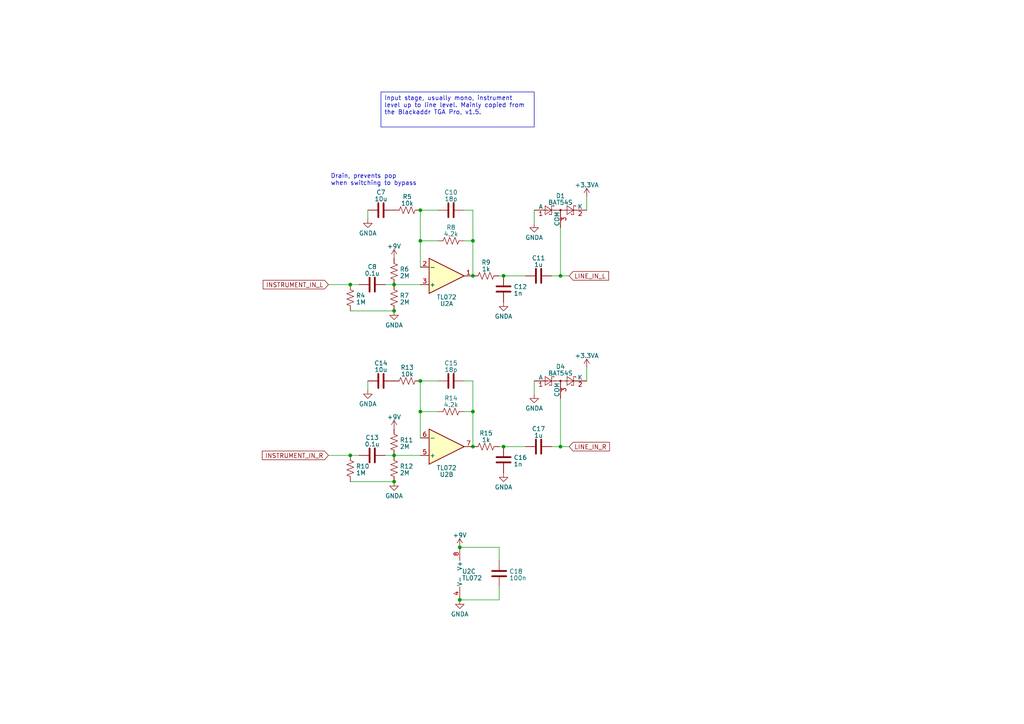
<source format=kicad_sch>
(kicad_sch (version 20230121) (generator eeschema)
  (paper "A4")
  (lib_symbols
    (symbol "Amplifier_Operational:TL072" (pin_names (offset 0.127))
      (property "Reference" "U" (at 0 5.08 0))
      (property "Value" "TL072" (at 0 -5.08 0))
      (symbol "TL072_1_1"
        (polyline (pts (xy -5.08 5.08) (xy 5.08 0) (xy -5.08 -5.08) (xy -5.08 5.08)) (stroke (width 0.254)) (fill (type background)))
        (pin output line (at 7.62 0 180) (length 2.54) (name "~") (number "1"))
        (pin input line (at -7.62 -2.54 0) (length 2.54) (name "-") (number "2"))
        (pin input line (at -7.62 2.54 0) (length 2.54) (name "+") (number "3"))
      )
      (symbol "TL072_2_1"
        (polyline (pts (xy -5.08 5.08) (xy 5.08 0) (xy -5.08 -5.08) (xy -5.08 5.08)) (stroke (width 0.254)) (fill (type background)))
        (pin input line (at -7.62 2.54 0) (length 2.54) (name "+") (number "5"))
        (pin input line (at -7.62 -2.54 0) (length 2.54) (name "-") (number "6"))
        (pin output line (at 7.62 0 180) (length 2.54) (name "~") (number "7"))
      )
      (symbol "TL072_3_1"
        (pin power_in line (at -2.54 -7.62 90) (length 3.81) (name "V-") (number "4"))
        (pin power_in line (at -2.54 7.62 270) (length 3.81) (name "V+") (number "8"))
      )
    )
    (symbol "Device:C" (pin_numbers hide) (pin_names (offset 0.254))
      (property "Reference" "C" (at 0.635 2.54 0))
      (property "Value" "C" (at 0.635 -2.54 0))
      (symbol "C_0_1"
        (polyline (pts (xy -2.032 -0.762) (xy 2.032 -0.762)) (stroke (width 0.508)))
        (polyline (pts (xy -2.032 0.762) (xy 2.032 0.762)) (stroke (width 0.508)))
      )
      (symbol "C_1_1"
        (pin passive line (at 0 3.81 270) (length 2.794) (name "~") (number "1"))
        (pin passive line (at 0 -3.81 90) (length 2.794) (name "~") (number "2"))
      )
    )
    (symbol "Device:R_US" (pin_numbers hide) (pin_names (offset 0))
      (property "Reference" "R" (at 2.54 0 90))
      (property "Value" "R_US" (at -2.54 0 90))
      (symbol "R_US_0_1"
        (polyline (pts (xy 0 -2.286) (xy 0 -2.54)))
        (polyline (pts (xy 0 2.286) (xy 0 2.54)))
        (polyline (pts (xy 0 -0.762) (xy 1.016 -1.143) (xy 0 -1.524) (xy -1.016 -1.905) (xy 0 -2.286)))
        (polyline (pts (xy 0 0.762) (xy 1.016 0.381) (xy 0 0) (xy -1.016 -0.381) (xy 0 -0.762)))
        (polyline (pts (xy 0 2.286) (xy 1.016 1.905) (xy 0 1.524) (xy -1.016 1.143) (xy 0 0.762)))
      )
      (symbol "R_US_1_1"
        (pin passive line (at 0 3.81 270) (length 1.27) (name "~") (number "1"))
        (pin passive line (at 0 -3.81 90) (length 1.27) (name "~") (number "2"))
      )
    )
    (symbol "Diode:BAT54S" (pin_names (offset 0))
      (property "Reference" "D" (at 2.54 -5.08 0))
      (property "Value" "BAT54S" (at -6.35 3.175 0))
      (symbol "BAT54S_0_1"
        (polyline (pts (xy -3.81 0) (xy -1.27 0)))
        (polyline (pts (xy -3.175 -1.27) (xy -3.175 -1.016)))
        (polyline (pts (xy -2.54 -1.27) (xy -3.175 -1.27)))
        (polyline (pts (xy -2.54 -1.27) (xy -2.54 1.27)))
        (polyline (pts (xy -2.54 1.27) (xy -1.905 1.27)))
        (polyline (pts (xy -1.905 0) (xy 1.905 0)))
        (polyline (pts (xy -1.905 1.27) (xy -1.905 1.016)))
        (polyline (pts (xy 1.27 0) (xy 3.81 0)))
        (polyline (pts (xy 3.175 -1.27) (xy 3.175 -1.016)))
        (polyline (pts (xy 3.81 -1.27) (xy 3.175 -1.27)))
        (polyline (pts (xy 3.81 -1.27) (xy 3.81 1.27)))
        (polyline (pts (xy 3.81 1.27) (xy 4.445 1.27)))
        (polyline (pts (xy 4.445 1.27) (xy 4.445 1.016)))
        (polyline (pts (xy -4.445 1.27) (xy -4.445 -1.27) (xy -2.54 0) (xy -4.445 1.27)))
        (polyline (pts (xy 1.905 1.27) (xy 1.905 -1.27) (xy 3.81 0) (xy 1.905 1.27)))
        (circle (center 0 0) (radius 0.254) (fill (type outline)))
      )
      (symbol "BAT54S_1_1"
        (pin passive line (at -7.62 0 0) (length 3.81) (name "A") (number "1"))
        (pin passive line (at 7.62 0 180) (length 3.81) (name "K") (number "2"))
        (pin passive line (at 0 -5.08 90) (length 5.08) (name "COM") (number "3"))
      )
    )
    (symbol "power:+3.3VA" (power) (pin_names (offset 0))
      (property "Value" "+3.3VA" (at 0 3.556 0))
      (symbol "+3.3VA_0_1"
        (polyline (pts (xy -0.762 1.27) (xy 0 2.54)))
        (polyline (pts (xy 0 0) (xy 0 2.54)))
        (polyline (pts (xy 0 2.54) (xy 0.762 1.27)))
      )
      (symbol "+3.3VA_1_1"
        (pin power_in line (at 0 0 90) (length 0) hide (name "+3.3VA") (number "1"))
      )
    )
    (symbol "power:+9V" (power) (pin_names (offset 0))
      (property "Value" "+9V" (at 0 3.556 0))
      (symbol "+9V_0_1"
        (polyline (pts (xy -0.762 1.27) (xy 0 2.54)))
        (polyline (pts (xy 0 0) (xy 0 2.54)))
        (polyline (pts (xy 0 2.54) (xy 0.762 1.27)))
      )
      (symbol "+9V_1_1"
        (pin power_in line (at 0 0 90) (length 0) hide (name "+9V") (number "1"))
      )
    )
    (symbol "power:GNDA" (power) (pin_names (offset 0))
      (property "Value" "GNDA" (at 0 -3.81 0))
      (symbol "GNDA_0_1"
        (polyline (pts (xy 0 0) (xy 0 -1.27) (xy 1.27 -1.27) (xy 0 -2.54) (xy -1.27 -1.27) (xy 0 -1.27)))
      )
      (symbol "GNDA_1_1"
        (pin power_in line (at 0 0 270) (length 0) hide (name "GNDA") (number "1"))
      )
    )
  )
  (junction (at 121.92 119.38))
  (junction (at 114.3 82.55))
  (junction (at 121.92 110.49))
  (junction (at 162.56 129.54))
  (junction (at 146.05 80.01))
  (junction (at 121.92 69.85))
  (junction (at 137.16 69.85))
  (junction (at 162.56 80.01))
  (junction (at 133.35 158.75))
  (junction (at 101.6 82.55))
  (junction (at 114.3 132.08))
  (junction (at 137.16 119.38))
  (junction (at 146.05 129.54))
  (junction (at 137.16 129.54))
  (junction (at 114.3 139.7))
  (junction (at 121.92 60.96))
  (junction (at 101.6 132.08))
  (junction (at 137.16 80.01))
  (junction (at 114.3 90.17))
  (junction (at 133.35 173.99))
  (wire (pts (xy 162.56 129.54) (xy 165.1 129.54)))
  (wire (pts (xy 101.6 132.08) (xy 104.14 132.08)))
  (wire (pts (xy 101.6 90.17) (xy 114.3 90.17)))
  (wire (pts (xy 134.62 60.96) (xy 137.16 60.96)))
  (wire (pts (xy 137.16 69.85) (xy 137.16 80.01)))
  (wire (pts (xy 114.3 132.08) (xy 121.92 132.08)))
  (wire (pts (xy 146.05 129.54) (xy 152.4 129.54)))
  (wire (pts (xy 106.68 110.49) (xy 106.68 113.03)))
  (wire (pts (xy 133.35 158.75) (xy 144.78 158.75)))
  (wire (pts (xy 137.16 119.38) (xy 137.16 129.54)))
  (wire (pts (xy 121.92 69.85) (xy 121.92 60.96)))
  (wire (pts (xy 162.56 80.01) (xy 162.56 66.04)))
  (wire (pts (xy 121.92 110.49) (xy 127 110.49)))
  (wire (pts (xy 127 119.38) (xy 121.92 119.38)))
  (wire (pts (xy 95.25 82.55) (xy 101.6 82.55)))
  (wire (pts (xy 101.6 82.55) (xy 104.14 82.55)))
  (wire (pts (xy 134.62 69.85) (xy 137.16 69.85)))
  (wire (pts (xy 144.78 170.18) (xy 144.78 173.99)))
  (wire (pts (xy 106.68 60.96) (xy 106.68 63.5)))
  (wire (pts (xy 111.76 82.55) (xy 114.3 82.55)))
  (wire (pts (xy 162.56 80.01) (xy 165.1 80.01)))
  (wire (pts (xy 160.02 129.54) (xy 162.56 129.54)))
  (wire (pts (xy 137.16 60.96) (xy 137.16 69.85)))
  (wire (pts (xy 127 69.85) (xy 121.92 69.85)))
  (wire (pts (xy 154.94 60.96) (xy 154.94 64.77)))
  (wire (pts (xy 134.62 110.49) (xy 137.16 110.49)))
  (wire (pts (xy 146.05 80.01) (xy 152.4 80.01)))
  (wire (pts (xy 144.78 80.01) (xy 146.05 80.01)))
  (wire (pts (xy 162.56 129.54) (xy 162.56 115.57)))
  (wire (pts (xy 111.76 132.08) (xy 114.3 132.08)))
  (wire (pts (xy 121.92 119.38) (xy 121.92 127)))
  (wire (pts (xy 170.18 106.68) (xy 170.18 110.49)))
  (wire (pts (xy 144.78 173.99) (xy 133.35 173.99)))
  (wire (pts (xy 170.18 57.15) (xy 170.18 60.96)))
  (wire (pts (xy 114.3 82.55) (xy 121.92 82.55)))
  (wire (pts (xy 121.92 119.38) (xy 121.92 110.49)))
  (wire (pts (xy 160.02 80.01) (xy 162.56 80.01)))
  (wire (pts (xy 144.78 158.75) (xy 144.78 162.56)))
  (wire (pts (xy 154.94 110.49) (xy 154.94 114.3)))
  (wire (pts (xy 137.16 110.49) (xy 137.16 119.38)))
  (wire (pts (xy 95.25 132.08) (xy 101.6 132.08)))
  (wire (pts (xy 144.78 129.54) (xy 146.05 129.54)))
  (wire (pts (xy 121.92 60.96) (xy 127 60.96)))
  (wire (pts (xy 134.62 119.38) (xy 137.16 119.38)))
  (wire (pts (xy 121.92 69.85) (xy 121.92 77.47)))
  (wire (pts (xy 101.6 139.7) (xy 114.3 139.7)))
  (text_box "Input stage, usually mono, instrument level up to line level. Mainly copied from the Blackaddr TGA Pro, v1.5." (at 110.49 26.67 0) (size 44.45 10.16) (effects (font (size 1.27 1.27)) (justify left top)))
  (text "Drain, prevents pop\nwhen switching to bypass" (at 95.885 53.975 0) (effects (font (size 1.27 1.27)) (justify left bottom)))
  (global_label "LINE_IN_R" (shape input) (at 165.1 129.54 0) (property "Intersheetrefs" "${INTERSHEET_REFS}" (effects hide)))
  (global_label "LINE_IN_L" (shape input) (at 165.1 80.01 0) (property "Intersheetrefs" "${INTERSHEET_REFS}" (effects hide)))
  (global_label "INSTRUMENT_IN_L" (shape input) (at 95.25 82.55 180) (property "Intersheetrefs" "${INTERSHEET_REFS}" (effects hide)))
  (global_label "INSTRUMENT_IN_R" (shape input) (at 95.25 132.08 180) (property "Intersheetrefs" "${INTERSHEET_REFS}" (effects hide)))
  (symbol (lib_id "Device:C") (at 130.81 110.49 90) (unit 1)
    (property "Reference" "C15" (at 130.81 105.3211 90))
    (property "Value" "18p" (at 130.81 107.2421 90))
  )
  (symbol (lib_id "Amplifier_Operational:TL072") (at 129.54 129.54 0) (mirror x) (unit 2)
    (property "Reference" "U2" (at 129.54 137.6299 0))
    (property "Value" "TL072" (at 129.54 135.7089 0))
    (property "Footprint" "Package_SO:SOIC-8_3.9x4.9mm_P1.27mm" (effects hide))
    (property "Datasheet" "http://www.ti.com/lit/ds/symlink/tl071.pdf" (effects hide))
  )
  (symbol (lib_id "Device:R_US") (at 140.97 80.01 90) (unit 1)
    (property "Reference" "R9" (at 140.97 76.1111 90))
    (property "Value" "1k" (at 140.97 78.0321 90))
    (property "Footprint" "Resistor_SMD:R_0603_1608Metric" (effects hide))
  )
  (symbol (lib_id "power:GNDA") (at 114.3 139.7 0) (unit 1)
    (property "Reference" "#PWR025" (effects hide))
    (property "Value" "GNDA" (at 114.3 143.8355 0))
  )
  (symbol (lib_id "Device:C") (at 110.49 110.49 90) (unit 1)
    (property "Reference" "C14" (at 110.49 105.3211 90))
    (property "Value" "10u" (at 110.49 107.2421 90))
  )
  (symbol (lib_id "Device:R_US") (at 118.11 60.96 90) (unit 1)
    (property "Reference" "R5" (at 118.11 57.0611 90))
    (property "Value" "10k" (at 118.11 58.9821 90))
    (property "Footprint" "Resistor_SMD:R_0603_1608Metric" (effects hide))
  )
  (symbol (lib_id "Device:R_US") (at 114.3 135.89 0) (unit 1)
    (property "Reference" "R12" (at 115.951 135.2463 0) (effects (justify left)))
    (property "Value" "2M" (at 115.951 137.1673 0) (effects (justify left)))
    (property "Footprint" "Resistor_SMD:R_0603_1608Metric" (effects hide))
  )
  (symbol (lib_id "power:+9V") (at 133.35 158.75 0) (unit 1)
    (property "Reference" "#PWR031" (effects hide))
    (property "Value" "+9V" (at 133.35 155.2481 0))
  )
  (symbol (lib_id "Device:C") (at 156.21 129.54 270) (unit 1)
    (property "Reference" "C17" (at 156.21 124.3711 90))
    (property "Value" "1u" (at 156.21 126.2921 90))
  )
  (symbol (lib_id "Device:R_US") (at 114.3 78.74 0) (unit 1)
    (property "Reference" "R6" (at 115.951 78.0963 0) (effects (justify left)))
    (property "Value" "2M" (at 115.951 80.0173 0) (effects (justify left)))
    (property "Footprint" "Resistor_SMD:R_0603_1608Metric" (effects hide))
  )
  (symbol (lib_id "Device:R_US") (at 101.6 86.36 0) (unit 1)
    (property "Reference" "R4" (at 103.251 85.7163 0) (effects (justify left)))
    (property "Value" "1M" (at 103.251 87.6373 0) (effects (justify left)))
    (property "Footprint" "Resistor_SMD:R_0603_1608Metric" (effects hide))
  )
  (symbol (lib_id "Amplifier_Operational:TL072") (at 135.89 166.37 0) (unit 3)
    (property "Reference" "U2" (at 133.985 165.7263 0) (effects (justify left)))
    (property "Value" "TL072" (at 133.985 167.6473 0) (effects (justify left)))
    (property "Footprint" "Package_SO:SOIC-8_3.9x4.9mm_P1.27mm" (effects hide))
    (property "Datasheet" "http://www.ti.com/lit/ds/symlink/tl071.pdf" (effects hide))
  )
  (symbol (lib_id "power:+3.3VA") (at 170.18 57.15 0) (unit 1)
    (property "Reference" "#PWR016" (effects hide))
    (property "Value" "+3.3VA" (at 170.18 53.6481 0))
  )
  (symbol (lib_id "Device:R_US") (at 114.3 128.27 0) (unit 1)
    (property "Reference" "R11" (at 115.951 127.6263 0) (effects (justify left)))
    (property "Value" "2M" (at 115.951 129.5473 0) (effects (justify left)))
    (property "Footprint" "Resistor_SMD:R_0603_1608Metric" (effects hide))
  )
  (symbol (lib_id "power:GNDA") (at 146.05 137.16 0) (unit 1)
    (property "Reference" "#PWR026" (effects hide))
    (property "Value" "GNDA" (at 146.05 141.2955 0))
  )
  (symbol (lib_id "power:GNDA") (at 106.68 63.5 0) (unit 1)
    (property "Reference" "#PWR023" (effects hide))
    (property "Value" "GNDA" (at 106.68 67.6355 0))
  )
  (symbol (lib_id "power:GNDA") (at 154.94 114.3 0) (unit 1)
    (property "Reference" "#PWR027" (effects hide))
    (property "Value" "GNDA" (at 154.94 118.4355 0))
  )
  (symbol (lib_id "power:+9V") (at 114.3 124.46 0) (unit 1)
    (property "Reference" "#PWR030" (effects hide))
    (property "Value" "+9V" (at 114.3 120.9581 0))
  )
  (symbol (lib_id "power:GNDA") (at 154.94 64.77 0) (unit 1)
    (property "Reference" "#PWR017" (effects hide))
    (property "Value" "GNDA" (at 154.94 68.9055 0))
  )
  (symbol (lib_id "Device:R_US") (at 118.11 110.49 90) (unit 1)
    (property "Reference" "R13" (at 118.11 106.5911 90))
    (property "Value" "10k" (at 118.11 108.5121 90))
    (property "Footprint" "Resistor_SMD:R_0603_1608Metric" (effects hide))
  )
  (symbol (lib_id "Amplifier_Operational:TL072") (at 129.54 80.01 0) (mirror x) (unit 1)
    (property "Reference" "U2" (at 129.54 88.0999 0))
    (property "Value" "TL072" (at 129.54 86.1789 0))
    (property "Footprint" "Package_SO:SOIC-8_3.9x4.9mm_P1.27mm" (effects hide))
    (property "Datasheet" "http://www.ti.com/lit/ds/symlink/tl071.pdf" (effects hide))
  )
  (symbol (lib_id "Device:C") (at 146.05 133.35 0) (unit 1)
    (property "Reference" "C16" (at 148.971 132.7063 0) (effects (justify left)))
    (property "Value" "1n" (at 148.971 134.6273 0) (effects (justify left)))
  )
  (symbol (lib_id "Diode:BAT54S") (at 162.56 110.49 0) (unit 1)
    (property "Reference" "D4" (at 162.56 106.3371 0))
    (property "Value" "BAT54S" (at 162.56 108.2581 0))
    (property "Footprint" "Package_TO_SOT_SMD:SOT-23" (effects hide))
    (property "Datasheet" "https://www.diodes.com/assets/Datasheets/ds11005.pdf" (effects hide))
  )
  (symbol (lib_id "power:GNDA") (at 133.35 173.99 0) (unit 1)
    (property "Reference" "#PWR032" (effects hide))
    (property "Value" "GNDA" (at 133.35 178.1255 0))
  )
  (symbol (lib_id "Device:C") (at 146.05 83.82 0) (unit 1)
    (property "Reference" "C12" (at 148.971 83.1763 0) (effects (justify left)))
    (property "Value" "1n" (at 148.971 85.0973 0) (effects (justify left)))
  )
  (symbol (lib_id "Device:R_US") (at 130.81 69.85 90) (unit 1)
    (property "Reference" "R8" (at 130.81 65.9511 90))
    (property "Value" "4.2k" (at 130.81 67.8721 90))
    (property "Footprint" "Resistor_SMD:R_0603_1608Metric" (effects hide))
  )
  (symbol (lib_id "Device:R_US") (at 101.6 135.89 0) (unit 1)
    (property "Reference" "R10" (at 103.251 135.2463 0) (effects (justify left)))
    (property "Value" "1M" (at 103.251 137.1673 0) (effects (justify left)))
    (property "Footprint" "Resistor_SMD:R_0603_1608Metric" (effects hide))
  )
  (symbol (lib_id "Device:R_US") (at 130.81 119.38 90) (unit 1)
    (property "Reference" "R14" (at 130.81 115.4811 90))
    (property "Value" "4.2k" (at 130.81 117.4021 90))
    (property "Footprint" "Resistor_SMD:R_0603_1608Metric" (effects hide))
  )
  (symbol (lib_id "power:GNDA") (at 114.3 90.17 0) (unit 1)
    (property "Reference" "#PWR022" (effects hide))
    (property "Value" "GNDA" (at 114.3 94.3055 0))
  )
  (symbol (lib_id "power:+3.3VA") (at 170.18 106.68 0) (unit 1)
    (property "Reference" "#PWR028" (effects hide))
    (property "Value" "+3.3VA" (at 170.18 103.1781 0))
  )
  (symbol (lib_id "power:GNDA") (at 146.05 87.63 0) (unit 1)
    (property "Reference" "#PWR021" (effects hide))
    (property "Value" "GNDA" (at 146.05 91.7655 0))
  )
  (symbol (lib_id "Device:R_US") (at 114.3 86.36 0) (unit 1)
    (property "Reference" "R7" (at 115.951 85.7163 0) (effects (justify left)))
    (property "Value" "2M" (at 115.951 87.6373 0) (effects (justify left)))
    (property "Footprint" "Resistor_SMD:R_0603_1608Metric" (effects hide))
  )
  (symbol (lib_id "Device:R_US") (at 140.97 129.54 90) (unit 1)
    (property "Reference" "R15" (at 140.97 125.6411 90))
    (property "Value" "1k" (at 140.97 127.5621 90))
    (property "Footprint" "Resistor_SMD:R_0603_1608Metric" (effects hide))
  )
  (symbol (lib_id "Diode:BAT54S") (at 162.56 60.96 0) (unit 1)
    (property "Reference" "D1" (at 162.56 56.8071 0))
    (property "Value" "BAT54S" (at 162.56 58.7281 0))
    (property "Footprint" "Package_TO_SOT_SMD:SOT-23" (effects hide))
    (property "Datasheet" "https://www.diodes.com/assets/Datasheets/ds11005.pdf" (effects hide))
  )
  (symbol (lib_id "Device:C") (at 156.21 80.01 270) (unit 1)
    (property "Reference" "C11" (at 156.21 74.8411 90))
    (property "Value" "1u" (at 156.21 76.7621 90))
  )
  (symbol (lib_id "power:GNDA") (at 106.68 113.03 0) (unit 1)
    (property "Reference" "#PWR024" (effects hide))
    (property "Value" "GNDA" (at 106.68 117.1655 0))
  )
  (symbol (lib_id "Device:C") (at 107.95 132.08 90) (unit 1)
    (property "Reference" "C13" (at 107.95 126.9111 90))
    (property "Value" "0.1u" (at 107.95 128.8321 90))
  )
  (symbol (lib_id "Device:C") (at 107.95 82.55 90) (unit 1)
    (property "Reference" "C8" (at 107.95 77.3811 90))
    (property "Value" "0.1u" (at 107.95 79.3021 90))
  )
  (symbol (lib_id "Device:C") (at 130.81 60.96 90) (unit 1)
    (property "Reference" "C10" (at 130.81 55.7911 90))
    (property "Value" "18p" (at 130.81 57.7121 90))
  )
  (symbol (lib_id "Device:C") (at 110.49 60.96 90) (unit 1)
    (property "Reference" "C7" (at 110.49 55.7911 90))
    (property "Value" "10u" (at 110.49 57.7121 90))
  )
  (symbol (lib_id "Device:C") (at 144.78 166.37 180) (unit 1)
    (property "Reference" "C18" (at 147.701 165.7263 0) (effects (justify right)))
    (property "Value" "100n" (at 147.701 167.6473 0) (effects (justify right)))
  )
  (symbol (lib_id "power:+9V") (at 114.3 74.93 0) (unit 1)
    (property "Reference" "#PWR029" (effects hide))
    (property "Value" "+9V" (at 114.3 71.4281 0))
  )
)
</source>
